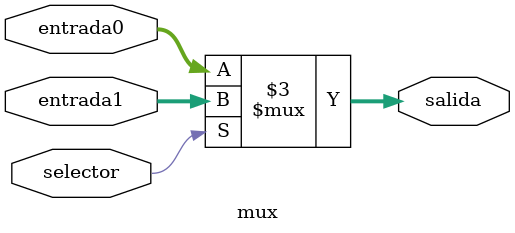
<source format=v>
module mux#(parameter W = 32)(input selector, input [W-1:0] entrada0, input [W-1:0] entrada1, output reg [W-1:0]salida);

always@(*)
begin	
	if(selector)begin
		salida <= entrada1;
		end
	else begin
		salida <= entrada0;
		end
end
endmodule


</source>
